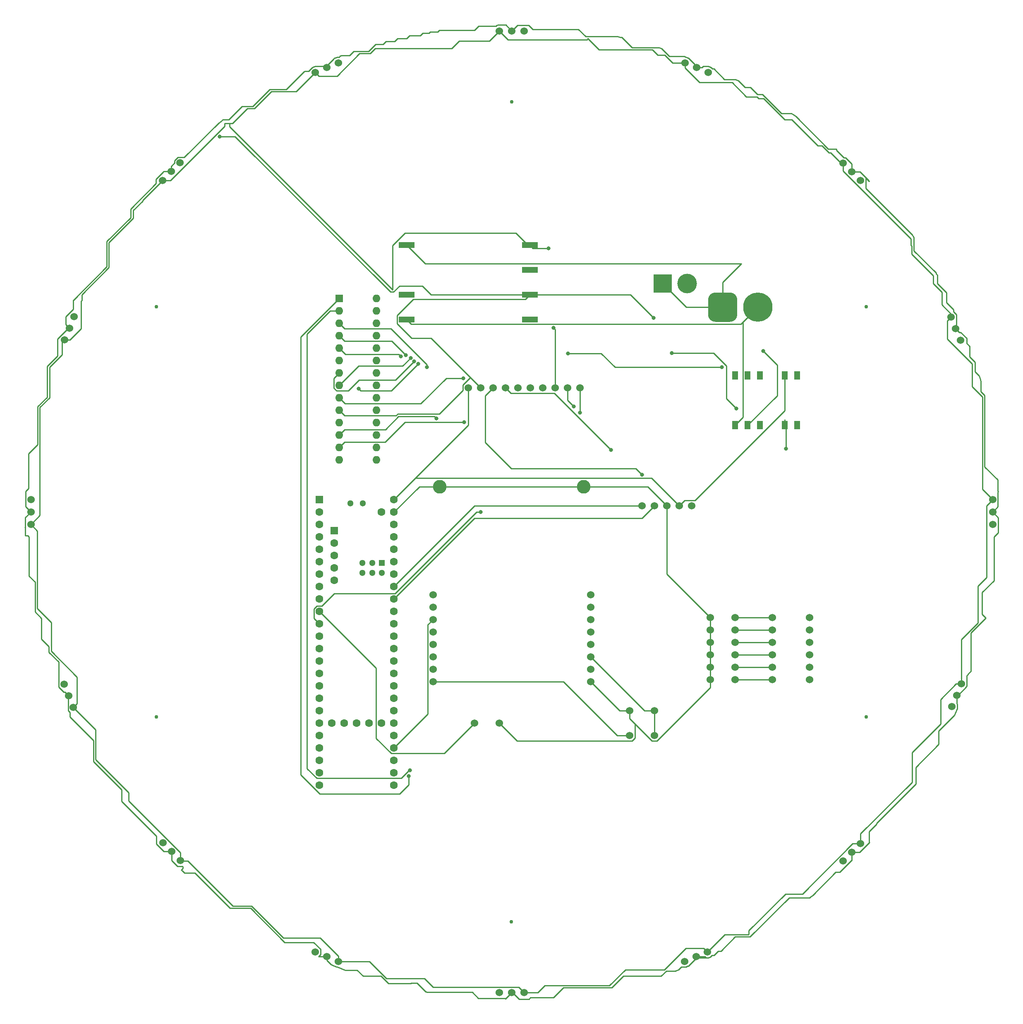
<source format=gbr>
%TF.GenerationSoftware,KiCad,Pcbnew,5.1.9+dfsg1-1+deb11u1*%
%TF.CreationDate,2024-06-09T17:33:59+02:00*%
%TF.ProjectId,pcb_boven,7063625f-626f-4766-956e-2e6b69636164,rev?*%
%TF.SameCoordinates,Original*%
%TF.FileFunction,Copper,L1,Top*%
%TF.FilePolarity,Positive*%
%FSLAX46Y46*%
G04 Gerber Fmt 4.6, Leading zero omitted, Abs format (unit mm)*
G04 Created by KiCad (PCBNEW 5.1.9+dfsg1-1+deb11u1) date 2024-06-09 17:33:59*
%MOMM*%
%LPD*%
G01*
G04 APERTURE LIST*
%TA.AperFunction,ComponentPad*%
%ADD10C,0.762000*%
%TD*%
%TA.AperFunction,ComponentPad*%
%ADD11O,1.600000X1.600000*%
%TD*%
%TA.AperFunction,ComponentPad*%
%ADD12R,1.600000X1.600000*%
%TD*%
%TA.AperFunction,ComponentPad*%
%ADD13C,1.524000*%
%TD*%
%TA.AperFunction,ComponentPad*%
%ADD14C,1.300000*%
%TD*%
%TA.AperFunction,ComponentPad*%
%ADD15C,1.600000*%
%TD*%
%TA.AperFunction,ComponentPad*%
%ADD16R,1.300000X1.300000*%
%TD*%
%TA.AperFunction,ComponentPad*%
%ADD17C,2.794000*%
%TD*%
%TA.AperFunction,ComponentPad*%
%ADD18C,6.000000*%
%TD*%
%TA.AperFunction,ComponentPad*%
%ADD19C,4.000000*%
%TD*%
%TA.AperFunction,ComponentPad*%
%ADD20R,3.800000X3.800000*%
%TD*%
%TA.AperFunction,SMDPad,CuDef*%
%ADD21R,1.200000X1.800000*%
%TD*%
%TA.AperFunction,SMDPad,CuDef*%
%ADD22R,3.200000X1.200000*%
%TD*%
%TA.AperFunction,ViaPad*%
%ADD23C,0.800000*%
%TD*%
%TA.AperFunction,Conductor*%
%ADD24C,0.250000*%
%TD*%
G04 APERTURE END LIST*
D10*
%TO.P,screwhoel1,1*%
%TO.N,N/C*%
X185610500Y-220468500D03*
%TD*%
%TO.P,screwhoel1,1*%
%TO.N,N/C*%
X112968290Y-178528499D03*
%TD*%
%TO.P,screwhoel1,1*%
%TO.N,N/C*%
X185674000Y-52768500D03*
%TD*%
%TO.P,screwhoel1,1*%
%TO.N,N/C*%
X258252710Y-178528499D03*
%TD*%
%TO.P,screwhoel1,1*%
%TO.N,N/C*%
X258252710Y-94648501D03*
%TD*%
%TO.P,screwhoel1,1*%
%TO.N,N/C*%
X112968290Y-94648501D03*
%TD*%
%TO.P,screwhoel1,1*%
%TO.N,gnd*%
X185674000Y-52768500D03*
%TD*%
D11*
%TO.P,Portmultiplexer1,28*%
%TO.N,Net-(Portmultiplexer1-Pad28)*%
X157988000Y-92964000D03*
%TO.P,Portmultiplexer1,14*%
%TO.N,Net-(Portmultiplexer1-Pad14)*%
X150368000Y-125984000D03*
%TO.P,Portmultiplexer1,27*%
%TO.N,Net-(Portmultiplexer1-Pad27)*%
X157988000Y-95504000D03*
%TO.P,Portmultiplexer1,13*%
%TO.N,sd6*%
X150368000Y-123444000D03*
%TO.P,Portmultiplexer1,26*%
%TO.N,Net-(Portmultiplexer1-Pad26)*%
X157988000Y-98044000D03*
%TO.P,Portmultiplexer1,12*%
%TO.N,sc6*%
X150368000Y-120904000D03*
%TO.P,Portmultiplexer1,25*%
%TO.N,Net-(Portmultiplexer1-Pad25)*%
X157988000Y-100584000D03*
%TO.P,Portmultiplexer1,11*%
%TO.N,Net-(Portmultiplexer1-Pad11)*%
X150368000Y-118364000D03*
%TO.P,Portmultiplexer1,24*%
%TO.N,Net-(Portmultiplexer1-Pad24)*%
X157988000Y-103124000D03*
%TO.P,Portmultiplexer1,10*%
%TO.N,gnd*%
X150368000Y-115824000D03*
%TO.P,Portmultiplexer1,23*%
%TO.N,Net-(Portmultiplexer1-Pad23)*%
X157988000Y-105664000D03*
%TO.P,Portmultiplexer1,9*%
%TO.N,3.3v*%
X150368000Y-113284000D03*
%TO.P,Portmultiplexer1,22*%
%TO.N,Net-(Portmultiplexer1-Pad22)*%
X157988000Y-108204000D03*
%TO.P,Portmultiplexer1,8*%
%TO.N,Net-(Portmultiplexer1-Pad8)*%
X150368000Y-110744000D03*
%TO.P,Portmultiplexer1,21*%
%TO.N,Net-(Portmultiplexer1-Pad21)*%
X157988000Y-110744000D03*
%TO.P,Portmultiplexer1,7*%
%TO.N,Net-(Portmultiplexer1-Pad7)*%
X150368000Y-108204000D03*
%TO.P,Portmultiplexer1,20*%
%TO.N,Net-(Portmultiplexer1-Pad20)*%
X157988000Y-113284000D03*
%TO.P,Portmultiplexer1,6*%
%TO.N,Net-(Portmultiplexer1-Pad6)*%
X150368000Y-105664000D03*
%TO.P,Portmultiplexer1,19*%
%TO.N,Net-(Portmultiplexer1-Pad19)*%
X157988000Y-115824000D03*
%TO.P,Portmultiplexer1,5*%
%TO.N,Net-(Portmultiplexer1-Pad5)*%
X150368000Y-103124000D03*
%TO.P,Portmultiplexer1,18*%
%TO.N,Net-(Portmultiplexer1-Pad18)*%
X157988000Y-118364000D03*
%TO.P,Portmultiplexer1,4*%
%TO.N,Net-(Portmultiplexer1-Pad4)*%
X150368000Y-100584000D03*
%TO.P,Portmultiplexer1,17*%
%TO.N,gnd*%
X157988000Y-120904000D03*
%TO.P,Portmultiplexer1,3*%
%TO.N,Net-(Portmultiplexer1-Pad3)*%
X150368000Y-98044000D03*
%TO.P,Portmultiplexer1,16*%
%TO.N,gnd*%
X157988000Y-123444000D03*
%TO.P,Portmultiplexer1,2*%
%TO.N,Net-(Portmultiplexer1-Pad2)*%
X150368000Y-95504000D03*
%TO.P,Portmultiplexer1,15*%
%TO.N,gnd*%
X157988000Y-125984000D03*
D12*
%TO.P,Portmultiplexer1,1*%
%TO.N,Net-(Portmultiplexer1-Pad1)*%
X150368000Y-92964000D03*
%TD*%
D13*
%TO.P,pcb_conn1,10*%
%TO.N,B*%
X199644000Y-111252000D03*
%TO.P,pcb_conn1,9*%
%TO.N,A*%
X197104000Y-111252000D03*
%TO.P,pcb_conn1,8*%
%TO.N,3.3v*%
X194564000Y-111252000D03*
%TO.P,pcb_conn1,7*%
%TO.N,Net-(pcb_conn1-Pad7)*%
X192024000Y-111252000D03*
%TO.P,pcb_conn1,6*%
%TO.N,sd6*%
X189484000Y-111252000D03*
%TO.P,pcb_conn1,5*%
%TO.N,sc6*%
X186944000Y-111252000D03*
%TO.P,pcb_conn1,4*%
%TO.N,sda*%
X184404000Y-111252000D03*
%TO.P,pcb_conn1,3*%
%TO.N,scl*%
X181864000Y-111252000D03*
%TO.P,pcb_conn1,2*%
%TO.N,gnd*%
X179324000Y-111252000D03*
%TO.P,pcb_conn1,1*%
%TO.N,5v*%
X176784000Y-111252000D03*
%TD*%
D14*
%TO.P,control_board1,66*%
%TO.N,Net-(control_board1-Pad66)*%
X155194000Y-134842000D03*
%TO.P,control_board1,67*%
%TO.N,Net-(control_board1-Pad67)*%
X152654000Y-134842000D03*
D15*
%TO.P,control_board1,54*%
%TO.N,Net-(control_board1-Pad54)*%
X159004000Y-179832000D03*
%TO.P,control_board1,53*%
%TO.N,Net-(control_board1-Pad53)*%
X156464000Y-179832000D03*
%TO.P,control_board1,52*%
%TO.N,Net-(control_board1-Pad52)*%
X153924000Y-179832000D03*
%TO.P,control_board1,51*%
%TO.N,Net-(control_board1-Pad51)*%
X151384000Y-179832000D03*
%TO.P,control_board1,50*%
%TO.N,Net-(control_board1-Pad50)*%
X148844000Y-179832000D03*
D14*
%TO.P,control_board1,62*%
%TO.N,Net-(control_board1-Pad62)*%
X155105600Y-147082000D03*
%TO.P,control_board1,63*%
%TO.N,Net-(control_board1-Pad63)*%
X155105600Y-149082000D03*
%TO.P,control_board1,64*%
%TO.N,Net-(control_board1-Pad64)*%
X157105600Y-149082000D03*
%TO.P,control_board1,61*%
%TO.N,Net-(control_board1-Pad61)*%
X157105600Y-147082000D03*
%TO.P,control_board1,65*%
%TO.N,Net-(control_board1-Pad65)*%
X159105600Y-149082000D03*
D16*
%TO.P,control_board1,60*%
%TO.N,Net-(control_board1-Pad60)*%
X159105600Y-147082000D03*
D15*
%TO.P,control_board1,17*%
%TO.N,Net-(control_board1-Pad17)*%
X146304000Y-174752000D03*
%TO.P,control_board1,18*%
%TO.N,Net-(control_board1-Pad18)*%
X146304000Y-177292000D03*
%TO.P,control_board1,19*%
%TO.N,Net-(control_board1-Pad19)*%
X146304000Y-179832000D03*
%TO.P,control_board1,20*%
%TO.N,Net-(control_board1-Pad20)*%
X146304000Y-182372000D03*
%TO.P,control_board1,16*%
%TO.N,A*%
X146304000Y-172212000D03*
%TO.P,control_board1,15*%
%TO.N,Net-(control_board1-Pad15)*%
X146304000Y-169672000D03*
%TO.P,control_board1,14*%
%TO.N,Net-(U2-Pad3)*%
X146304000Y-167132000D03*
%TO.P,control_board1,21*%
%TO.N,Net-(control_board1-Pad21)*%
X146304000Y-184912000D03*
%TO.P,control_board1,22*%
%TO.N,Net-(control_board1-Pad22)*%
X146304000Y-187452000D03*
%TO.P,control_board1,23*%
%TO.N,Net-(control_board1-Pad23)*%
X146304000Y-189992000D03*
%TO.P,control_board1,24*%
%TO.N,Net-(control_board1-Pad24)*%
X146304000Y-192532000D03*
%TO.P,control_board1,25*%
%TO.N,Net-(control_board1-Pad25)*%
X161544000Y-192532000D03*
%TO.P,control_board1,26*%
%TO.N,Net-(control_board1-Pad26)*%
X161544000Y-189992000D03*
%TO.P,control_board1,27*%
%TO.N,Net-(control_board1-Pad27)*%
X161544000Y-187452000D03*
%TO.P,control_board1,28*%
%TO.N,Net-(U2-Pad4)*%
X161544000Y-184912000D03*
%TO.P,control_board1,29*%
%TO.N,Net-(control_board1-Pad29)*%
X161544000Y-182372000D03*
%TO.P,control_board1,30*%
%TO.N,Net-(control_board1-Pad30)*%
X161544000Y-179832000D03*
%TO.P,control_board1,31*%
%TO.N,Net-(control_board1-Pad31)*%
X161544000Y-177292000D03*
%TO.P,control_board1,32*%
%TO.N,Net-(control_board1-Pad32)*%
X161544000Y-174752000D03*
%TO.P,control_board1,33*%
%TO.N,Net-(control_board1-Pad33)*%
X161544000Y-172212000D03*
%TO.P,control_board1,34*%
%TO.N,Net-(control_board1-Pad34)*%
X161544000Y-169672000D03*
%TO.P,control_board1,13*%
%TO.N,Net-(U2-Pad2)*%
X146304000Y-164592000D03*
%TO.P,control_board1,12*%
%TO.N,Net-(U2-Pad5)*%
X146304000Y-162052000D03*
%TO.P,control_board1,11*%
%TO.N,B*%
X146304000Y-159512000D03*
%TO.P,control_board1,10*%
%TO.N,Net-(BZ1-Pad1)*%
X146304000Y-156972000D03*
%TO.P,control_board1,9*%
%TO.N,Net-(R7-Pad2)*%
X146304000Y-154432000D03*
%TO.P,control_board1,8*%
%TO.N,Net-(R6-Pad2)*%
X146304000Y-151892000D03*
%TO.P,control_board1,7*%
%TO.N,Net-(R5-Pad2)*%
X146304000Y-149352000D03*
%TO.P,control_board1,6*%
%TO.N,Net-(R4-Pad2)*%
X146304000Y-146812000D03*
%TO.P,control_board1,5*%
%TO.N,Net-(R3-Pad2)*%
X146304000Y-144272000D03*
%TO.P,control_board1,4*%
%TO.N,Net-(R2-Pad2)*%
X146304000Y-141732000D03*
%TO.P,control_board1,3*%
%TO.N,Net-(control_board1-Pad3)*%
X146304000Y-139192000D03*
%TO.P,control_board1,2*%
%TO.N,Net-(control_board1-Pad2)*%
X146304000Y-136652000D03*
D12*
%TO.P,control_board1,1*%
%TO.N,Net-(control_board1-Pad1)*%
X146304000Y-134112000D03*
D15*
%TO.P,control_board1,35*%
%TO.N,Net-(control_board1-Pad35)*%
X161544000Y-167132000D03*
%TO.P,control_board1,36*%
%TO.N,Net-(control_board1-Pad36)*%
X161544000Y-164592000D03*
%TO.P,control_board1,37*%
%TO.N,Net-(control_board1-Pad37)*%
X161544000Y-162052000D03*
%TO.P,control_board1,38*%
%TO.N,Net-(control_board1-Pad38)*%
X161544000Y-159512000D03*
%TO.P,control_board1,39*%
%TO.N,Net-(control_board1-Pad39)*%
X161544000Y-156972000D03*
%TO.P,control_board1,40*%
%TO.N,sda*%
X161544000Y-154432000D03*
%TO.P,control_board1,41*%
%TO.N,scl*%
X161544000Y-151892000D03*
%TO.P,control_board1,42*%
%TO.N,Net-(control_board1-Pad42)*%
X161544000Y-149352000D03*
%TO.P,control_board1,43*%
%TO.N,Net-(control_board1-Pad43)*%
X161544000Y-146812000D03*
%TO.P,control_board1,44*%
%TO.N,Net-(control_board1-Pad44)*%
X161544000Y-144272000D03*
%TO.P,control_board1,45*%
%TO.N,Net-(control_board1-Pad45)*%
X161544000Y-141732000D03*
%TO.P,control_board1,46*%
%TO.N,Net-(control_board1-Pad46)*%
X161544000Y-139192000D03*
%TO.P,control_board1,47*%
%TO.N,gnd*%
X161544000Y-136652000D03*
%TO.P,control_board1,48*%
%TO.N,5v*%
X161544000Y-134112000D03*
D12*
%TO.P,control_board1,55*%
%TO.N,Net-(control_board1-Pad55)*%
X149354800Y-140411200D03*
D15*
%TO.P,control_board1,56*%
%TO.N,Net-(control_board1-Pad56)*%
X149354800Y-142951200D03*
%TO.P,control_board1,57*%
%TO.N,Net-(control_board1-Pad57)*%
X149354800Y-145491200D03*
%TO.P,control_board1,58*%
%TO.N,Net-(control_board1-Pad58)*%
X149354800Y-148031200D03*
%TO.P,control_board1,59*%
%TO.N,Net-(control_board1-Pad59)*%
X149354800Y-150571200D03*
%TO.P,control_board1,49*%
%TO.N,Net-(control_board1-Pad49)*%
X159004000Y-136652000D03*
%TD*%
D13*
%TO.P,ir_sensor_9,3*%
%TO.N,Net-(Portmultiplexer1-Pad1)*%
X183134000Y-234950000D03*
%TO.P,ir_sensor_9,2*%
%TO.N,gnd*%
X185674000Y-234950000D03*
%TO.P,ir_sensor_9,1*%
%TO.N,3.3v*%
X188214000Y-234950000D03*
%TD*%
%TO.P,ir_sensor_1,3*%
%TO.N,Net-(Portmultiplexer1-Pad21)*%
X188214000Y-38227000D03*
%TO.P,ir_sensor_1,2*%
%TO.N,gnd*%
X185674000Y-38227000D03*
%TO.P,ir_sensor_1,1*%
%TO.N,3.3v*%
X183134000Y-38227000D03*
%TD*%
%TO.P,ir_sensor_2,3*%
%TO.N,Net-(Portmultiplexer1-Pad22)*%
X150174654Y-44747984D03*
%TO.P,ir_sensor_2,2*%
%TO.N,gnd*%
X147828000Y-45720000D03*
%TO.P,ir_sensor_2,1*%
%TO.N,3.3v*%
X145481346Y-46692016D03*
%TD*%
%TO.P,ir_sensor_8,3*%
%TO.N,Net-(Portmultiplexer1-Pad28)*%
X145481346Y-226611984D03*
%TO.P,ir_sensor_8,2*%
%TO.N,gnd*%
X147828000Y-227584000D03*
%TO.P,ir_sensor_8,1*%
%TO.N,3.3v*%
X150174654Y-228556016D03*
%TD*%
%TO.P,ir_sensor_12,3*%
%TO.N,Net-(Portmultiplexer1-Pad4)*%
X275760984Y-176463654D03*
%TO.P,ir_sensor_12,2*%
%TO.N,gnd*%
X276733000Y-174117000D03*
%TO.P,ir_sensor_12,1*%
%TO.N,3.3v*%
X277705016Y-171770346D03*
%TD*%
%TO.P,U2,16*%
%TO.N,Net-(U2-Pad16)*%
X201803000Y-168783000D03*
%TO.P,U2,17*%
%TO.N,gnd*%
X201803000Y-171323000D03*
D17*
%TO.P,U2,screw*%
X200406000Y-131445000D03*
X170942000Y-131445000D03*
D13*
%TO.P,U2,9*%
%TO.N,3.3v*%
X169545000Y-171323000D03*
%TO.P,U2,8*%
%TO.N,Net-(U2-Pad8)*%
X169545000Y-168783000D03*
%TO.P,U2,7*%
%TO.N,Net-(U2-Pad7)*%
X169545000Y-166243000D03*
%TO.P,U2,6*%
%TO.N,Net-(U2-Pad6)*%
X169545000Y-163703000D03*
%TO.P,U2,5*%
%TO.N,Net-(U2-Pad5)*%
X169545000Y-161163000D03*
%TO.P,U2,4*%
%TO.N,Net-(U2-Pad4)*%
X169545000Y-158623000D03*
%TO.P,U2,3*%
%TO.N,Net-(U2-Pad3)*%
X169545000Y-156083000D03*
%TO.P,U2,10*%
%TO.N,Net-(U2-Pad10)*%
X201803000Y-153543000D03*
%TO.P,U2,11*%
%TO.N,Net-(U2-Pad11)*%
X201803000Y-156083000D03*
%TO.P,U2,12*%
%TO.N,Net-(U2-Pad12)*%
X201803000Y-158623000D03*
%TO.P,U2,13*%
%TO.N,Net-(U2-Pad13)*%
X201803000Y-161163000D03*
%TO.P,U2,14*%
%TO.N,Net-(U2-Pad14)*%
X201803000Y-163703000D03*
%TO.P,U2,15*%
%TO.N,Net-(R1-Pad2)*%
X201803000Y-166243000D03*
%TO.P,U2,2*%
%TO.N,Net-(U2-Pad2)*%
X169545000Y-153543000D03*
%TD*%
%TO.P,xt60,1*%
%TO.N,Net-(3V3_converter1-Pad1)*%
%TA.AperFunction,ComponentPad*%
G36*
G01*
X225854000Y-96242000D02*
X225854000Y-93242000D01*
G75*
G02*
X227354000Y-91742000I1500000J0D01*
G01*
X230354000Y-91742000D01*
G75*
G02*
X231854000Y-93242000I0J-1500000D01*
G01*
X231854000Y-96242000D01*
G75*
G02*
X230354000Y-97742000I-1500000J0D01*
G01*
X227354000Y-97742000D01*
G75*
G02*
X225854000Y-96242000I0J1500000D01*
G01*
G37*
%TD.AperFunction*%
D18*
%TO.P,xt60,2*%
%TO.N,Net-(3V3_converter1-Pad3)*%
X236054000Y-94742000D03*
%TD*%
D19*
%TO.P,xt30,2*%
%TO.N,Net-(3V3_converter1-Pad3)*%
X221535000Y-89916000D03*
D20*
%TO.P,xt30,1*%
%TO.N,Net-(3V3_converter1-Pad1)*%
X216535000Y-89916000D03*
%TD*%
D21*
%TO.P,5V_converter1,1*%
%TO.N,Net-(3V3_converter1-Pad3)*%
X231394000Y-118892000D03*
%TO.P,5V_converter1,2*%
%TO.N,Net-(3V3_converter1-Pad1)*%
X233934000Y-118892000D03*
%TO.P,5V_converter1,3*%
%TO.N,Net-(5V_converter1-Pad3)*%
X236474000Y-118892000D03*
%TO.P,5V_converter1,5*%
%TO.N,gnd*%
X241554000Y-118892000D03*
%TO.P,5V_converter1,6*%
%TO.N,Net-(5V_converter1-Pad6)*%
X244094000Y-118892000D03*
%TO.P,5V_converter1,7*%
%TO.N,Net-(5V_converter1-Pad7)*%
X244094000Y-108692000D03*
%TO.P,5V_converter1,8*%
%TO.N,5v*%
X241554000Y-108692000D03*
%TO.P,5V_converter1,10*%
%TO.N,Net-(5V_converter1-Pad10)*%
X236474000Y-108692000D03*
%TO.P,5V_converter1,11*%
%TO.N,Net-(5V_converter1-Pad11)*%
X233934000Y-108692000D03*
%TO.P,5V_converter1,12*%
%TO.N,Net-(5V_converter1-Pad12)*%
X231394000Y-108692000D03*
%TD*%
D22*
%TO.P,3V3_converter1,1*%
%TO.N,Net-(3V3_converter1-Pad1)*%
X164184000Y-82042000D03*
%TO.P,3V3_converter1,2*%
%TO.N,Net-(3V3_converter1-Pad2)*%
X164184000Y-92202000D03*
%TO.P,3V3_converter1,3*%
%TO.N,Net-(3V3_converter1-Pad3)*%
X164184000Y-97282000D03*
%TO.P,3V3_converter1,4*%
%TO.N,Net-(3V3_converter1-Pad4)*%
X189384000Y-97282000D03*
%TO.P,3V3_converter1,5*%
%TO.N,gnd*%
X189384000Y-92202000D03*
%TO.P,3V3_converter1,6*%
%TO.N,Net-(3V3_converter1-Pad6)*%
X189384000Y-87122000D03*
%TO.P,3V3_converter1,7*%
%TO.N,3.3v*%
X189384000Y-82042000D03*
%TD*%
D13*
%TO.P,U1,4*%
%TO.N,Net-(U1-Pad4)*%
X222504000Y-135382000D03*
%TO.P,U1,3*%
%TO.N,5v*%
X219964000Y-135382000D03*
%TO.P,U1,2*%
%TO.N,gnd*%
X217424000Y-135382000D03*
%TO.P,U1,1*%
%TO.N,sda*%
X214884000Y-135382000D03*
%TO.P,U1,0*%
%TO.N,scl*%
X212344000Y-135382000D03*
%TD*%
%TO.P,R7,2*%
%TO.N,Net-(R7-Pad2)*%
X231394000Y-158242000D03*
%TO.P,R7,1*%
%TO.N,gnd*%
X226314000Y-158242000D03*
%TD*%
%TO.P,R6,2*%
%TO.N,Net-(R6-Pad2)*%
X231394000Y-160782000D03*
%TO.P,R6,1*%
%TO.N,gnd*%
X226314000Y-160782000D03*
%TD*%
%TO.P,R5,2*%
%TO.N,Net-(R5-Pad2)*%
X231394000Y-163322000D03*
%TO.P,R5,1*%
%TO.N,gnd*%
X226314000Y-163322000D03*
%TD*%
%TO.P,R4,2*%
%TO.N,Net-(R4-Pad2)*%
X231394000Y-165862000D03*
%TO.P,R4,1*%
%TO.N,gnd*%
X226314000Y-165862000D03*
%TD*%
%TO.P,R3,2*%
%TO.N,Net-(R3-Pad2)*%
X231394000Y-168402000D03*
%TO.P,R3,1*%
%TO.N,gnd*%
X226314000Y-168402000D03*
%TD*%
%TO.P,R2,2*%
%TO.N,Net-(R2-Pad2)*%
X231394000Y-170942000D03*
%TO.P,R2,1*%
%TO.N,gnd*%
X226314000Y-170942000D03*
%TD*%
%TO.P,R1,2*%
%TO.N,Net-(R1-Pad2)*%
X214884000Y-177292000D03*
%TO.P,R1,1*%
%TO.N,gnd*%
X209804000Y-177292000D03*
%TD*%
%TO.P,ir_sensor_16,3*%
%TO.N,Net-(Portmultiplexer1-Pad8)*%
X225866654Y-46692016D03*
%TO.P,ir_sensor_16,2*%
%TO.N,gnd*%
X223520000Y-45720000D03*
%TO.P,ir_sensor_16,1*%
%TO.N,3.3v*%
X221173346Y-44747984D03*
%TD*%
%TO.P,ir_sensor_15,3*%
%TO.N,Net-(Portmultiplexer1-Pad7)*%
X257066051Y-68852051D03*
%TO.P,ir_sensor_15,2*%
%TO.N,gnd*%
X255270000Y-67056000D03*
%TO.P,ir_sensor_15,1*%
%TO.N,3.3v*%
X253473949Y-65259949D03*
%TD*%
%TO.P,ir_sensor_14,3*%
%TO.N,Net-(Portmultiplexer1-Pad6)*%
X277534032Y-101467308D03*
%TO.P,ir_sensor_14,2*%
%TO.N,gnd*%
X276562016Y-99120654D03*
%TO.P,ir_sensor_14,1*%
%TO.N,3.3v*%
X275590000Y-96774000D03*
%TD*%
%TO.P,ir_sensor_13,3*%
%TO.N,Net-(Portmultiplexer1-Pad5)*%
X284099000Y-139192000D03*
%TO.P,ir_sensor_13,2*%
%TO.N,gnd*%
X284099000Y-136652000D03*
%TO.P,ir_sensor_13,1*%
%TO.N,3.3v*%
X284099000Y-134112000D03*
%TD*%
%TO.P,ir_sensor_11,3*%
%TO.N,Net-(Portmultiplexer1-Pad3)*%
X253473949Y-208044051D03*
%TO.P,ir_sensor_11,2*%
%TO.N,gnd*%
X255270000Y-206248000D03*
%TO.P,ir_sensor_11,1*%
%TO.N,3.3v*%
X257066051Y-204451949D03*
%TD*%
%TO.P,ir_sensor_10,3*%
%TO.N,Net-(Portmultiplexer1-Pad2)*%
X221046346Y-228556016D03*
%TO.P,ir_sensor_10,2*%
%TO.N,gnd*%
X223393000Y-227584000D03*
%TO.P,ir_sensor_10,1*%
%TO.N,3.3v*%
X225739654Y-226611984D03*
%TD*%
%TO.P,ir_sensor_7,3*%
%TO.N,Net-(Portmultiplexer1-Pad27)*%
X114263898Y-204306898D03*
%TO.P,ir_sensor_7,2*%
%TO.N,gnd*%
X116059949Y-206102949D03*
%TO.P,ir_sensor_7,1*%
%TO.N,3.3v*%
X117856000Y-207899000D03*
%TD*%
%TO.P,ir_sensor_6,3*%
%TO.N,Net-(Portmultiplexer1-Pad26)*%
X94023984Y-171897346D03*
%TO.P,ir_sensor_6,2*%
%TO.N,gnd*%
X94996000Y-174244000D03*
%TO.P,ir_sensor_6,1*%
%TO.N,3.3v*%
X95968016Y-176590654D03*
%TD*%
%TO.P,ir_sensor_5,3*%
%TO.N,Net-(Portmultiplexer1-Pad25)*%
X87249000Y-134112000D03*
%TO.P,ir_sensor_5,2*%
%TO.N,gnd*%
X87249000Y-136652000D03*
%TO.P,ir_sensor_5,1*%
%TO.N,3.3v*%
X87249000Y-139192000D03*
%TD*%
%TO.P,ir_sensor_4,3*%
%TO.N,Net-(Portmultiplexer1-Pad24)*%
X96095016Y-96713346D03*
%TO.P,ir_sensor_4,2*%
%TO.N,gnd*%
X95123000Y-99060000D03*
%TO.P,ir_sensor_4,1*%
%TO.N,3.3v*%
X94150984Y-101406654D03*
%TD*%
%TO.P,ir_sensor_3,3*%
%TO.N,Net-(Portmultiplexer1-Pad23)*%
X117796051Y-65203949D03*
%TO.P,ir_sensor_3,2*%
%TO.N,gnd*%
X116000000Y-67000000D03*
%TO.P,ir_sensor_3,1*%
%TO.N,3.3v*%
X114203949Y-68796051D03*
%TD*%
%TO.P,goal_kleur1,2*%
%TO.N,Net-(R1-Pad2)*%
X214884000Y-182372000D03*
%TO.P,goal_kleur1,1*%
%TO.N,3.3v*%
X209804000Y-182372000D03*
%TD*%
%TO.P,dip_swith_instellinen1,12*%
%TO.N,Net-(R2-Pad2)*%
X239014000Y-170942000D03*
%TO.P,dip_swith_instellinen1,11*%
%TO.N,Net-(R3-Pad2)*%
X239014000Y-168402000D03*
%TO.P,dip_swith_instellinen1,10*%
%TO.N,Net-(R4-Pad2)*%
X239014000Y-165862000D03*
%TO.P,dip_swith_instellinen1,9*%
%TO.N,Net-(R5-Pad2)*%
X239014000Y-163322000D03*
%TO.P,dip_swith_instellinen1,8*%
%TO.N,Net-(R6-Pad2)*%
X239014000Y-160782000D03*
%TO.P,dip_swith_instellinen1,7*%
%TO.N,Net-(R7-Pad2)*%
X239014000Y-158242000D03*
%TO.P,dip_swith_instellinen1,6*%
%TO.N,Net-(control_board1-Pad46)*%
X246634000Y-158242000D03*
%TO.P,dip_swith_instellinen1,5*%
X246634000Y-160782000D03*
%TO.P,dip_swith_instellinen1,4*%
X246634000Y-163322000D03*
%TO.P,dip_swith_instellinen1,3*%
X246634000Y-165862000D03*
%TO.P,dip_swith_instellinen1,2*%
X246634000Y-168402000D03*
%TO.P,dip_swith_instellinen1,1*%
X246634000Y-170942000D03*
%TD*%
%TO.P,BZ1,2*%
%TO.N,gnd*%
X183134000Y-179832000D03*
%TO.P,BZ1,1*%
%TO.N,Net-(BZ1-Pad1)*%
X178054000Y-179832000D03*
%TD*%
D23*
%TO.N,gnd*%
X125857000Y-59817000D03*
X241808000Y-123698000D03*
X214693500Y-96964500D03*
X218440000Y-104140000D03*
X231648000Y-115506500D03*
%TO.N,scl*%
X212344000Y-128997999D03*
%TO.N,sda*%
X205994000Y-123952000D03*
%TO.N,A*%
X198374000Y-115062000D03*
%TO.N,B*%
X199644000Y-116332000D03*
X179324000Y-136652000D03*
%TO.N,3.3v*%
X194183000Y-98932001D03*
X193167000Y-82677000D03*
X175768000Y-109283500D03*
%TO.N,Net-(Portmultiplexer1-Pad1)*%
X164592000Y-190627000D03*
%TO.N,Net-(Portmultiplexer1-Pad2)*%
X164846000Y-189484000D03*
%TO.N,Net-(Portmultiplexer1-Pad3)*%
X168275000Y-107035019D03*
%TO.N,Net-(Portmultiplexer1-Pad4)*%
X163957000Y-104584500D03*
X197167500Y-104177000D03*
X228663500Y-107035019D03*
%TO.N,Net-(Portmultiplexer1-Pad5)*%
X162941000Y-104775000D03*
%TO.N,Net-(Portmultiplexer1-Pad6)*%
X154337961Y-111442500D03*
X166576988Y-106305385D03*
%TO.N,Net-(Portmultiplexer1-Pad7)*%
X165680108Y-105863108D03*
%TO.N,Net-(Portmultiplexer1-Pad8)*%
X164973000Y-105156000D03*
%TO.N,sd6*%
X175895000Y-118237000D03*
%TO.N,sc6*%
X170243500Y-117512000D03*
%TO.N,Net-(3V3_converter1-Pad1)*%
X237109000Y-103695500D03*
%TD*%
D24*
%TO.N,gnd*%
X226314000Y-158242000D02*
X226314000Y-160782000D01*
X226314000Y-163322000D02*
X226314000Y-160782000D01*
X226314000Y-163322000D02*
X226314000Y-165862000D01*
X226314000Y-165862000D02*
X226314000Y-168402000D01*
X226314000Y-168402000D02*
X226314000Y-170942000D01*
X186761001Y-183459001D02*
X183134000Y-179832000D01*
X210325761Y-183459001D02*
X186761001Y-183459001D01*
X210891001Y-182893761D02*
X210325761Y-183459001D01*
X210891001Y-179987763D02*
X210891001Y-182893761D01*
X209804000Y-178900762D02*
X210891001Y-179987763D01*
X207772000Y-177292000D02*
X201803000Y-171323000D01*
X209804000Y-177292000D02*
X207772000Y-177292000D01*
X226314000Y-172550762D02*
X226314000Y-170942000D01*
X215405761Y-183459001D02*
X226314000Y-172550762D01*
X214362239Y-183459001D02*
X215405761Y-183459001D01*
X209804000Y-178900762D02*
X214362239Y-183459001D01*
X209804000Y-177292000D02*
X209804000Y-178900762D01*
X213487000Y-131445000D02*
X200406000Y-131445000D01*
X217424000Y-135382000D02*
X213487000Y-131445000D01*
X200406000Y-131445000D02*
X170942000Y-131445000D01*
X166751000Y-131445000D02*
X161544000Y-136652000D01*
X170942000Y-131445000D02*
X166751000Y-131445000D01*
X217424000Y-149352000D02*
X226314000Y-158242000D01*
X217424000Y-135382000D02*
X217424000Y-149352000D01*
X241554000Y-118892000D02*
X241554000Y-117742000D01*
X188458999Y-93127001D02*
X189384000Y-92202000D01*
X165553997Y-93127001D02*
X188458999Y-93127001D01*
X162258999Y-96421999D02*
X165553997Y-93127001D01*
X162258999Y-98142001D02*
X162258999Y-96421999D01*
X165208998Y-101092000D02*
X162258999Y-98142001D01*
X169164000Y-101092000D02*
X165208998Y-101092000D01*
X116000000Y-67000000D02*
X114415895Y-67000000D01*
X114415895Y-67032931D02*
X112900003Y-68548823D01*
X114415895Y-67000000D02*
X114415895Y-67032931D01*
X112900003Y-68548823D02*
X112900003Y-69450003D01*
X102800000Y-81300000D02*
X107700000Y-76400000D01*
X112899997Y-69450003D02*
X112900003Y-69450003D01*
X95950536Y-93250000D02*
X96000000Y-93250000D01*
X95950536Y-95112787D02*
X95950536Y-93250000D01*
X94361001Y-96702322D02*
X95950536Y-95112787D01*
X102800000Y-86450000D02*
X102800000Y-81300000D01*
X96000000Y-93250000D02*
X102800000Y-86450000D01*
X94361001Y-98298001D02*
X94361001Y-96702322D01*
X107700000Y-74650000D02*
X112899997Y-69450003D01*
X107700000Y-76400000D02*
X107700000Y-74650000D01*
X95123000Y-99060000D02*
X94361001Y-98298001D01*
X147574000Y-45466000D02*
X147828000Y-45720000D01*
X145018692Y-45650610D02*
X145435448Y-45466000D01*
X144126648Y-46437952D02*
X144828133Y-45736467D01*
X143143337Y-46512272D02*
X143300274Y-46437952D01*
X143300274Y-46437952D02*
X144126648Y-46437952D01*
X139501677Y-50153932D02*
X143143337Y-46512272D01*
X116000000Y-67000000D02*
X116000000Y-65922370D01*
X132668310Y-53640690D02*
X136155068Y-50153932D01*
X116000000Y-65922370D02*
X116709050Y-65213320D01*
X116709050Y-65213320D02*
X116709050Y-64724456D01*
X127735227Y-56414773D02*
X130509310Y-53640690D01*
X116709050Y-64724456D02*
X117316575Y-64116931D01*
X117316575Y-64116931D02*
X118636069Y-64116931D01*
X145435448Y-45466000D02*
X147574000Y-45466000D01*
X126546219Y-56414773D02*
X127735227Y-56414773D01*
X118636069Y-64116931D02*
X125728799Y-57024201D01*
X125728799Y-57024201D02*
X126040272Y-56790084D01*
X144828133Y-45736467D02*
X145018692Y-45650610D01*
X136155068Y-50153932D02*
X139501677Y-50153932D01*
X126040272Y-56790084D02*
X126546219Y-56414773D01*
X130509310Y-53640690D02*
X132668310Y-53640690D01*
X184468761Y-37021761D02*
X185674000Y-38227000D01*
X182859348Y-37021761D02*
X184468761Y-37021761D01*
X150848181Y-43264263D02*
X152442737Y-43264263D01*
X159909082Y-40369918D02*
X161687082Y-40369918D01*
X156379107Y-42375893D02*
X157793643Y-40961357D01*
X150553955Y-43375045D02*
X150848181Y-43264263D01*
X149996862Y-43586696D02*
X150342304Y-43586696D01*
X168730165Y-38660835D02*
X169005029Y-38385971D01*
X153331107Y-42375893D02*
X156379107Y-42375893D01*
X167460165Y-38660835D02*
X168730165Y-38660835D01*
X178927131Y-37211000D02*
X182414238Y-37211000D01*
X152442737Y-43264263D02*
X153331107Y-42375893D01*
X149225000Y-43886140D02*
X149670426Y-43711967D01*
X150342304Y-43586696D02*
X150553955Y-43375045D01*
X157793643Y-40961357D02*
X159317643Y-40961357D01*
X149225000Y-43942000D02*
X149225000Y-43886140D01*
X147828000Y-45339000D02*
X149225000Y-43942000D01*
X147828000Y-45720000D02*
X147828000Y-45339000D01*
X159317643Y-40961357D02*
X159909082Y-40369918D01*
X166920300Y-39200700D02*
X167460165Y-38660835D01*
X161687082Y-40369918D02*
X162294004Y-39762996D01*
X178042657Y-38095474D02*
X178927131Y-37211000D01*
X182414238Y-37211000D02*
X182595179Y-37030059D01*
X164199004Y-39762996D02*
X164761300Y-39200700D01*
X162294004Y-39762996D02*
X164199004Y-39762996D01*
X164761300Y-39200700D02*
X166920300Y-39200700D01*
X169005029Y-38385971D02*
X170529029Y-38385971D01*
X170819526Y-38095474D02*
X178042657Y-38095474D01*
X170529029Y-38385971D02*
X170819526Y-38095474D01*
X149670426Y-43711967D02*
X149996862Y-43586696D01*
X182595179Y-37030059D02*
X182859348Y-37021761D01*
X185674000Y-38227000D02*
X186858071Y-37042929D01*
X189144071Y-37042929D02*
X189144509Y-37042492D01*
X186858071Y-37042929D02*
X189144071Y-37042929D01*
X189144509Y-37042492D02*
X189994417Y-37892400D01*
X199197519Y-37903728D02*
X199340814Y-37923814D01*
X199112816Y-37892400D02*
X199197519Y-37903728D01*
X189994417Y-37892400D02*
X199112816Y-37892400D01*
X199340814Y-37923814D02*
X200787000Y-39370000D01*
X207871947Y-39485349D02*
X208222632Y-39566631D01*
X207359580Y-39370000D02*
X207871947Y-39485349D01*
X200787000Y-39370000D02*
X207359580Y-39370000D01*
X208222632Y-39566631D02*
X210312001Y-41656000D01*
X215837367Y-41656000D02*
X216303179Y-41805179D01*
X210312001Y-41656000D02*
X215837367Y-41656000D01*
X217932000Y-43434000D02*
X220950454Y-43434000D01*
X216303179Y-41805179D02*
X217932000Y-43434000D01*
X221714733Y-43726371D02*
X221822600Y-43768600D01*
X221126696Y-43500440D02*
X221714733Y-43726371D01*
X220950454Y-43434000D02*
X221126696Y-43500440D01*
X223520000Y-45466000D02*
X223520000Y-45720000D01*
X221822600Y-43768600D02*
X223520000Y-45466000D01*
X255270000Y-65447238D02*
X255270000Y-67056000D01*
X253656948Y-64172948D02*
X253995710Y-64172948D01*
X250475092Y-62357000D02*
X252095000Y-62357000D01*
X243814908Y-55696816D02*
X250475092Y-62357000D01*
X243302226Y-55331064D02*
X243814908Y-55696816D01*
X253995710Y-64172948D02*
X255270000Y-65447238D01*
X242950474Y-55083461D02*
X243302226Y-55331064D01*
X236945783Y-51181000D02*
X240848244Y-55083461D01*
X252095000Y-62357000D02*
X252095000Y-62611000D01*
X235937744Y-51181000D02*
X236945783Y-51181000D01*
X234540744Y-49784000D02*
X235937744Y-51181000D01*
X224597630Y-45720000D02*
X224851630Y-45466000D01*
X224851630Y-45466000D02*
X225912710Y-45466000D01*
X232031981Y-48419101D02*
X233396880Y-49784000D01*
X226295119Y-45635579D02*
X226379540Y-45720000D01*
X226379540Y-45720000D02*
X226483482Y-45720000D01*
X252095000Y-62611000D02*
X253656948Y-64172948D01*
X226483482Y-45720000D02*
X226737482Y-45974000D01*
X240848244Y-55083461D02*
X242950474Y-55083461D01*
X229219391Y-48148530D02*
X231513028Y-48148530D01*
X226737482Y-45974000D02*
X227044861Y-45974000D01*
X231513028Y-48148530D02*
X232031981Y-48419101D01*
X223520000Y-45720000D02*
X224597630Y-45720000D01*
X227044861Y-45974000D02*
X229219391Y-48148530D01*
X225912710Y-45466000D02*
X226295119Y-45635579D01*
X233396880Y-49784000D02*
X234540744Y-49784000D01*
X276677001Y-99005669D02*
X276562016Y-99120654D01*
X276677001Y-96252239D02*
X276677001Y-99005669D01*
X276098000Y-95673238D02*
X276677001Y-96252239D01*
X274683303Y-91803303D02*
X274683303Y-93822976D01*
X272796000Y-89916000D02*
X274683303Y-91803303D01*
X255270000Y-67056000D02*
X256941922Y-67056000D01*
X258153052Y-68282383D02*
X258153052Y-70447052D01*
X267918082Y-80349090D02*
X267970000Y-80425446D01*
X267970000Y-80425446D02*
X267970000Y-83185000D01*
X272572289Y-87838127D02*
X272796000Y-88239340D01*
X256941922Y-67056000D02*
X258625053Y-68739131D01*
X258625053Y-68739131D02*
X258826000Y-68955331D01*
X258826000Y-68955331D02*
X258153052Y-68282383D01*
X258153052Y-70447052D02*
X267614218Y-79908218D01*
X267614218Y-79908218D02*
X267918082Y-80349090D01*
X267970000Y-83185000D02*
X272506015Y-87721015D01*
X276098000Y-95237673D02*
X276098000Y-95673238D01*
X274683303Y-93822976D02*
X276098000Y-95237673D01*
X272506015Y-87721015D02*
X272572289Y-87838127D01*
X272796000Y-88239340D02*
X272796000Y-89916000D01*
X278794524Y-102137524D02*
X279397544Y-102740544D01*
X277558139Y-99882653D02*
X278794524Y-101119038D01*
X277324015Y-99882653D02*
X277558139Y-99882653D01*
X278794524Y-101119038D02*
X278794524Y-102137524D01*
X276562016Y-99120654D02*
X277324015Y-99882653D01*
X279397544Y-104899544D02*
X280520374Y-106022374D01*
X279397544Y-102740544D02*
X279397544Y-104899544D01*
X280520374Y-106022374D02*
X280520374Y-107927374D01*
X281519220Y-109306057D02*
X281686000Y-109897688D01*
X281365028Y-108772028D02*
X281519220Y-109306057D01*
X280520374Y-107927374D02*
X281365028Y-108772028D01*
X281686000Y-112014000D02*
X282439430Y-112767430D01*
X281686000Y-109897688D02*
X281686000Y-112014000D01*
X282439430Y-112767430D02*
X282439430Y-127372430D01*
X282439430Y-127372430D02*
X285115000Y-130048000D01*
X285115000Y-132334000D02*
X285255980Y-132474980D01*
X285115000Y-130048000D02*
X285115000Y-132334000D01*
X285186001Y-132544959D02*
X285255980Y-132474980D01*
X285186001Y-135564999D02*
X285186001Y-132544959D01*
X284099000Y-136652000D02*
X285186001Y-135564999D01*
X284099000Y-136652000D02*
X285242000Y-137795000D01*
X285242000Y-137795000D02*
X285242000Y-140843000D01*
X284353000Y-141732000D02*
X284353000Y-150669122D01*
X285242000Y-140843000D02*
X284353000Y-141732000D01*
X284353000Y-150669122D02*
X281940000Y-153082122D01*
X281940000Y-157572534D02*
X282702000Y-158334534D01*
X281940000Y-153082122D02*
X281940000Y-157572534D01*
X282702000Y-158334534D02*
X279654000Y-161382534D01*
X279654000Y-161382534D02*
X279654000Y-169164000D01*
X279654000Y-169164000D02*
X279019000Y-169799000D01*
X279019000Y-169891122D02*
X278792017Y-170118105D01*
X279019000Y-169799000D02*
X279019000Y-169891122D01*
X278792017Y-172191431D02*
X278713056Y-172398900D01*
X278792017Y-170118105D02*
X278792017Y-172191431D01*
X276994956Y-174117000D02*
X276733000Y-174117000D01*
X278713056Y-172398900D02*
X276994956Y-174117000D01*
X258950649Y-204213650D02*
X256916299Y-206248000D01*
X258826000Y-201976483D02*
X258826000Y-204089000D01*
X276733000Y-174117000D02*
X276733000Y-175826908D01*
X268351000Y-188849000D02*
X268351000Y-192278000D01*
X276733000Y-175826908D02*
X276860000Y-175953908D01*
X256916299Y-206248000D02*
X255270000Y-206248000D01*
X276787250Y-177055990D02*
X276529984Y-177631225D01*
X273050000Y-184150000D02*
X268351000Y-188849000D01*
X258826000Y-204089000D02*
X258950649Y-204213650D01*
X276860000Y-176890525D02*
X276787250Y-177055990D01*
X276860000Y-175953908D02*
X276860000Y-176890525D01*
X276269150Y-178204682D02*
X273050000Y-181423832D01*
X260350000Y-200279000D02*
X260350000Y-200452483D01*
X273050000Y-181423832D02*
X273050000Y-184150000D01*
X276529984Y-177631225D02*
X276269150Y-178204682D01*
X260350000Y-200452483D02*
X258826000Y-201976483D01*
X268351000Y-192278000D02*
X260350000Y-200279000D01*
X255270000Y-206248000D02*
X255270000Y-207931845D01*
X252817220Y-210312002D02*
X251967998Y-210312002D01*
X255197377Y-207931845D02*
X252817220Y-210312002D01*
X255270000Y-207931845D02*
X255197377Y-207931845D01*
X247268961Y-215011039D02*
X246811252Y-215368855D01*
X246811252Y-215368855D02*
X246616667Y-215519000D01*
X251967998Y-210312002D02*
X247268961Y-215011039D01*
X246616667Y-215519000D02*
X242443000Y-215519000D01*
X242443000Y-215519000D02*
X234442000Y-223520000D01*
X234442000Y-223520000D02*
X231394000Y-223520000D01*
X223393000Y-227584000D02*
X225171000Y-227584000D01*
X225171000Y-227584000D02*
X225425000Y-227838000D01*
X225912549Y-227838000D02*
X226295177Y-227668508D01*
X226633685Y-227330000D02*
X227044683Y-227330000D01*
X226295177Y-227668508D02*
X226633685Y-227330000D01*
X227044683Y-227330000D02*
X227933683Y-226441000D01*
X228473000Y-226441000D02*
X231394000Y-223520000D01*
X227933683Y-226441000D02*
X228473000Y-226441000D01*
X223520000Y-227838000D02*
X221822728Y-229535272D01*
X225552000Y-227838000D02*
X223520000Y-227838000D01*
X225425000Y-227838000D02*
X225552000Y-227838000D01*
X225552000Y-227838000D02*
X225912549Y-227838000D01*
X221568728Y-229535272D02*
X221408841Y-229695159D01*
X221822728Y-229535272D02*
X221568728Y-229535272D01*
X221408841Y-229695159D02*
X220392841Y-229695159D01*
X219316407Y-230472548D02*
X219224996Y-230505000D01*
X219785242Y-230302758D02*
X219316407Y-230472548D01*
X220392841Y-229695159D02*
X219785242Y-230302758D01*
X216334732Y-231488841D02*
X216234174Y-231521000D01*
X217318573Y-230505000D02*
X216334732Y-231488841D01*
X219224996Y-230505000D02*
X217318573Y-230505000D01*
X216234174Y-231521000D02*
X208534000Y-231521000D01*
X208534000Y-231521000D02*
X206121000Y-233934000D01*
X196215000Y-233934000D02*
X194191767Y-235957233D01*
X206121000Y-233934000D02*
X196215000Y-233934000D01*
X189492767Y-235957233D02*
X189190255Y-236259745D01*
X194191767Y-235957233D02*
X189492767Y-235957233D01*
X185848510Y-234950000D02*
X185674000Y-234950000D01*
X187158255Y-236259745D02*
X185848510Y-234950000D01*
X189190255Y-236259745D02*
X187158255Y-236259745D01*
X185674000Y-234950000D02*
X184404000Y-236220000D01*
X151665625Y-230339988D02*
X151401854Y-230244343D01*
X184268730Y-236084730D02*
X178807716Y-236084730D01*
X184404000Y-236220000D02*
X184268730Y-236084730D01*
X150221281Y-229803551D02*
X149633308Y-229577644D01*
X150810879Y-230025816D02*
X150221281Y-229803551D01*
X151401854Y-230244343D02*
X150810879Y-230025816D01*
X149046511Y-229347921D02*
X148686250Y-229204251D01*
X149633308Y-229577644D02*
X149046511Y-229347921D01*
X147828000Y-228346001D02*
X147828000Y-227584000D01*
X148686250Y-229204251D02*
X147828000Y-228346001D01*
X178807716Y-236084730D02*
X177604836Y-234881850D01*
X168794753Y-234881850D02*
X168415958Y-234816488D01*
X168415958Y-234816488D02*
X168081618Y-234756619D01*
X177604836Y-234881850D02*
X168794753Y-234881850D01*
X168081618Y-234756619D02*
X166302134Y-232977135D01*
X164979010Y-233068673D02*
X160416684Y-233068673D01*
X165070548Y-232977135D02*
X164979010Y-233068673D01*
X166302134Y-232977135D02*
X165070548Y-232977135D01*
X160416684Y-233068673D02*
X158904039Y-231556028D01*
X155285972Y-231556028D02*
X155270806Y-231571193D01*
X158904039Y-231556028D02*
X155285972Y-231556028D01*
X154039601Y-230339988D02*
X151665624Y-230339988D01*
X155270806Y-231571193D02*
X154039601Y-230339988D01*
X116059949Y-207934661D02*
X116059949Y-206102949D01*
X118250761Y-209113001D02*
X117238289Y-209113001D01*
X117238289Y-209113001D02*
X116059949Y-207934661D01*
X146118092Y-227584000D02*
X146568347Y-227133745D01*
X118364000Y-209226240D02*
X118250761Y-209113001D01*
X146568347Y-226090223D02*
X145141124Y-224663000D01*
X128016000Y-217678000D02*
X120777000Y-210439000D01*
X146568347Y-227133745D02*
X146568347Y-226090223D01*
X132207000Y-217678000D02*
X128016000Y-217678000D01*
X147828000Y-227584000D02*
X146118092Y-227584000D01*
X118669903Y-210439000D02*
X118252347Y-210057909D01*
X120777000Y-210439000D02*
X118669903Y-210439000D01*
X145141124Y-224663000D02*
X139192000Y-224663000D01*
X118048349Y-209869350D02*
X118364000Y-209553699D01*
X118252347Y-210057909D02*
X118048349Y-209869350D01*
X139192000Y-224663000D02*
X132207000Y-217678000D01*
X118364000Y-209553699D02*
X118364000Y-209226240D01*
X114451187Y-206102949D02*
X112903000Y-204554762D01*
X116059949Y-206102949D02*
X114451187Y-206102949D01*
X112903000Y-204554762D02*
X112903000Y-202946000D01*
X112903000Y-202946000D02*
X105791000Y-195834000D01*
X105791000Y-195834000D02*
X105791000Y-193421000D01*
X105791000Y-193421000D02*
X100076000Y-187706000D01*
X100076000Y-187706000D02*
X100076000Y-183388000D01*
X100076000Y-183388000D02*
X95238962Y-178550962D01*
X94881015Y-177283696D02*
X94881015Y-174358985D01*
X95238962Y-177641643D02*
X94881015Y-177283696D01*
X94881015Y-174358985D02*
X94996000Y-174244000D01*
X95238962Y-178550962D02*
X95238962Y-177641643D01*
X92936983Y-172419107D02*
X92936983Y-170406983D01*
X93999877Y-173482001D02*
X92936983Y-172419107D01*
X94234001Y-173482001D02*
X93999877Y-173482001D01*
X94996000Y-174244000D02*
X94234001Y-173482001D01*
X92936983Y-170406983D02*
X92936983Y-167321865D01*
X92936983Y-167321865D02*
X90969118Y-165354000D01*
X90969118Y-164121118D02*
X89438900Y-162590900D01*
X90969118Y-165354000D02*
X90969118Y-164121118D01*
X89438900Y-158399900D02*
X88120680Y-157081680D01*
X89438900Y-162590900D02*
X89438900Y-158399900D01*
X88120680Y-150985680D02*
X86866141Y-149731141D01*
X88120680Y-157081680D02*
X88120680Y-150985680D01*
X86866141Y-149731141D02*
X86866141Y-141730141D01*
X86614000Y-141478000D02*
X86121338Y-141478000D01*
X86866141Y-141730141D02*
X86614000Y-141478000D01*
X86121338Y-139842338D02*
X86052939Y-139773939D01*
X86121338Y-141478000D02*
X86121338Y-139842338D01*
X86121338Y-137779662D02*
X87249000Y-136652000D01*
X86121338Y-139842338D02*
X86121338Y-137779662D01*
X94888876Y-99060000D02*
X95123000Y-99060000D01*
X92710366Y-101238510D02*
X94888876Y-99060000D01*
X90562678Y-113145322D02*
X90562678Y-106853618D01*
X92710366Y-104705930D02*
X92710366Y-101238510D01*
X90562678Y-106853618D02*
X92710366Y-104705930D01*
X88646000Y-115062000D02*
X90562678Y-113145322D01*
X86741000Y-124714000D02*
X88646000Y-122809000D01*
X86741000Y-131826000D02*
X86741000Y-124714000D01*
X86161999Y-135564999D02*
X86161999Y-132405001D01*
X88646000Y-122809000D02*
X88646000Y-115062000D01*
X86161999Y-132405001D02*
X86741000Y-131826000D01*
X87249000Y-136652000D02*
X86161999Y-135564999D01*
X189384000Y-92202000D02*
X169164000Y-92202000D01*
X161476400Y-91636010D02*
X160851010Y-91636010D01*
X162688410Y-90424000D02*
X161476400Y-91636010D01*
X167386000Y-90424000D02*
X162688410Y-90424000D01*
X169164000Y-92202000D02*
X167386000Y-90424000D01*
X129032000Y-59817000D02*
X125857000Y-59817000D01*
X160851010Y-91636010D02*
X129032000Y-59817000D01*
X162005089Y-116949001D02*
X162368090Y-116586000D01*
X151493001Y-116949001D02*
X162005089Y-116949001D01*
X150368000Y-115824000D02*
X151493001Y-116949001D01*
X175696999Y-110688001D02*
X177228500Y-109156500D01*
X175696999Y-111773761D02*
X175696999Y-110688001D01*
X170884760Y-116586000D02*
X175696999Y-111773761D01*
X162368090Y-116586000D02*
X170884760Y-116586000D01*
X177228500Y-109156500D02*
X169164000Y-101092000D01*
X179324000Y-111252000D02*
X177228500Y-109156500D01*
X241808000Y-119146000D02*
X241554000Y-118892000D01*
X241808000Y-123698000D02*
X241808000Y-119146000D01*
X209931000Y-92202000D02*
X214693500Y-96964500D01*
X189384000Y-92202000D02*
X209931000Y-92202000D01*
X227012500Y-104140000D02*
X229616000Y-106743500D01*
X218440000Y-104140000D02*
X227012500Y-104140000D01*
X229616000Y-113474500D02*
X231648000Y-115506500D01*
X229616000Y-106743500D02*
X229616000Y-113474500D01*
%TO.N,Net-(BZ1-Pad1)*%
X171848999Y-186037001D02*
X178054000Y-179832000D01*
X161003999Y-186037001D02*
X171848999Y-186037001D01*
X157878999Y-182912001D02*
X161003999Y-186037001D01*
X157878999Y-168546999D02*
X157878999Y-182912001D01*
X146304000Y-156972000D02*
X157878999Y-168546999D01*
%TO.N,5v*%
X221051001Y-134294999D02*
X219964000Y-135382000D01*
X223156003Y-134294999D02*
X221051001Y-134294999D01*
X241554000Y-115897002D02*
X223156003Y-134294999D01*
X241554000Y-108692000D02*
X241554000Y-115897002D01*
X165933001Y-129722999D02*
X161544000Y-134112000D01*
X214304999Y-129722999D02*
X165933001Y-129722999D01*
X219964000Y-135382000D02*
X214304999Y-129722999D01*
X176784000Y-118872000D02*
X161544000Y-134112000D01*
X176784000Y-111252000D02*
X176784000Y-118872000D01*
%TO.N,scl*%
X178054000Y-135382000D02*
X161544000Y-151892000D01*
X212344000Y-135382000D02*
X178054000Y-135382000D01*
X180242684Y-122391725D02*
X185595959Y-127745000D01*
X180242684Y-112873316D02*
X180242684Y-122391725D01*
X185595959Y-127745000D02*
X211091000Y-127745000D01*
X181864000Y-111252000D02*
X180242684Y-112873316D01*
X211091000Y-127745000D02*
X212344000Y-128997999D01*
%TO.N,sda*%
X161544000Y-154432000D02*
X178054000Y-137922000D01*
X212344000Y-137922000D02*
X214884000Y-135382000D01*
X178054000Y-137922000D02*
X212344000Y-137922000D01*
X194381001Y-112339001D02*
X205994000Y-123952000D01*
X185491001Y-112339001D02*
X194381001Y-112339001D01*
X184404000Y-111252000D02*
X185491001Y-112339001D01*
%TO.N,A*%
X197104000Y-113792000D02*
X198374000Y-115062000D01*
X197104000Y-111252000D02*
X197104000Y-113792000D01*
%TO.N,B*%
X199644000Y-111252000D02*
X199644000Y-116332000D01*
X145178999Y-158386999D02*
X146304000Y-159512000D01*
X145178999Y-156431999D02*
X145178999Y-158386999D01*
X145763999Y-155846999D02*
X145178999Y-156431999D01*
X149384001Y-153306999D02*
X146844001Y-155846999D01*
X161794003Y-153306999D02*
X149384001Y-153306999D01*
X146844001Y-155846999D02*
X145763999Y-155846999D01*
X178449002Y-136652000D02*
X161794003Y-153306999D01*
X179324000Y-136652000D02*
X178449002Y-136652000D01*
%TO.N,Net-(R7-Pad2)*%
X239014000Y-158242000D02*
X231394000Y-158242000D01*
%TO.N,Net-(R6-Pad2)*%
X231394000Y-160782000D02*
X239014000Y-160782000D01*
%TO.N,Net-(R5-Pad2)*%
X239014000Y-163322000D02*
X231394000Y-163322000D01*
%TO.N,Net-(R4-Pad2)*%
X231394000Y-165862000D02*
X239014000Y-165862000D01*
%TO.N,Net-(R3-Pad2)*%
X239014000Y-168402000D02*
X231394000Y-168402000D01*
%TO.N,Net-(R2-Pad2)*%
X231394000Y-170942000D02*
X239014000Y-170942000D01*
%TO.N,Net-(R1-Pad2)*%
X212852000Y-177292000D02*
X201803000Y-166243000D01*
X214884000Y-177292000D02*
X212852000Y-177292000D01*
X214884000Y-177292000D02*
X214884000Y-182372000D01*
%TO.N,3.3v*%
X209804000Y-182372000D02*
X207264000Y-182372000D01*
X196215000Y-171323000D02*
X169545000Y-171323000D01*
X207264000Y-182372000D02*
X196215000Y-171323000D01*
X110109000Y-72877410D02*
X114190359Y-68796051D01*
X110109000Y-73025000D02*
X110109000Y-72877410D01*
X108204000Y-74930000D02*
X110109000Y-73025000D01*
X108204000Y-76532410D02*
X108204000Y-74930000D01*
X103250010Y-81486400D02*
X108204000Y-76532410D01*
X103250010Y-86636400D02*
X103250010Y-81486400D01*
X114190359Y-68796051D02*
X114203949Y-68796051D01*
X97663000Y-92223410D02*
X103250010Y-86636400D01*
X97663000Y-93345000D02*
X97663000Y-92223410D01*
X97536000Y-93472000D02*
X97663000Y-93345000D01*
X97536000Y-99099268D02*
X97536000Y-93472000D01*
X95228614Y-101406654D02*
X97536000Y-99099268D01*
X94150984Y-101406654D02*
X95228614Y-101406654D01*
X115812711Y-68796051D02*
X126873000Y-57735762D01*
X114203949Y-68796051D02*
X115812711Y-68796051D01*
X126873000Y-57735762D02*
X126873000Y-57150000D01*
X131583300Y-54090700D02*
X132980300Y-54090700D01*
X128524000Y-57150000D02*
X131583300Y-54090700D01*
X141569420Y-50603942D02*
X145481346Y-46692016D01*
X136467058Y-50603942D02*
X141569420Y-50603942D01*
X132980300Y-54090700D02*
X136467058Y-50603942D01*
X181102000Y-40259000D02*
X183134000Y-38227000D01*
X174879000Y-40259000D02*
X181102000Y-40259000D01*
X173355000Y-41783000D02*
X174879000Y-40259000D01*
X157734000Y-41783000D02*
X173355000Y-41783000D01*
X156691097Y-42825903D02*
X157734000Y-41783000D01*
X154532097Y-42825903D02*
X156691097Y-42825903D01*
X149903985Y-47454015D02*
X154532097Y-42825903D01*
X146243345Y-47454015D02*
X149903985Y-47454015D01*
X145481346Y-46692016D02*
X146243345Y-47454015D01*
X183134000Y-38227000D02*
X184912000Y-40005000D01*
X201041000Y-40005000D02*
X201225990Y-39820010D01*
X184912000Y-40005000D02*
X201041000Y-40005000D01*
X201225990Y-39820010D02*
X203511990Y-42106010D01*
X203511990Y-42106010D02*
X214445010Y-42106010D01*
X218609574Y-44747984D02*
X221173346Y-44747984D01*
X217041590Y-43180000D02*
X218609574Y-44747984D01*
X215519000Y-43180000D02*
X217041590Y-43180000D01*
X214445010Y-42106010D02*
X215519000Y-43180000D01*
X253092949Y-65259949D02*
X253473949Y-65259949D01*
X250952000Y-63119000D02*
X253092949Y-65259949D01*
X221173346Y-44747984D02*
X221173346Y-45825614D01*
X224115732Y-48768000D02*
X230759000Y-48768000D01*
X250600682Y-63119000D02*
X250952000Y-63119000D01*
X233680000Y-51689000D02*
X235839000Y-51689000D01*
X221173346Y-45825614D02*
X224115732Y-48768000D01*
X237198373Y-52070000D02*
X241516373Y-56388000D01*
X235839000Y-51689000D02*
X236220000Y-52070000D01*
X242951000Y-56388000D02*
X248285000Y-61722000D01*
X241516373Y-56388000D02*
X242951000Y-56388000D01*
X230759000Y-48768000D02*
X233680000Y-51689000D01*
X248285000Y-61722000D02*
X249203682Y-61722000D01*
X236220000Y-52070000D02*
X237198373Y-52070000D01*
X249203682Y-61722000D02*
X250600682Y-63119000D01*
X253473949Y-66868711D02*
X267377238Y-80772000D01*
X253473949Y-65259949D02*
X253473949Y-66868711D01*
X267377238Y-80772000D02*
X267377238Y-82084238D01*
X267519990Y-82226990D02*
X267519990Y-83877990D01*
X267377238Y-82084238D02*
X267519990Y-82226990D01*
X267519990Y-83877990D02*
X271907000Y-88265000D01*
X271907000Y-89916000D02*
X273685000Y-91694000D01*
X271907000Y-88265000D02*
X271907000Y-89916000D01*
X275590000Y-96139000D02*
X275590000Y-96774000D01*
X273685000Y-94234000D02*
X275590000Y-96139000D01*
X273685000Y-91694000D02*
X273685000Y-94234000D01*
X281989420Y-132002420D02*
X284099000Y-134112000D01*
X281989420Y-113079420D02*
X281989420Y-132002420D01*
X281861715Y-112951715D02*
X281989420Y-113079420D01*
X281861715Y-112903000D02*
X281861715Y-112951715D01*
X279908000Y-110949285D02*
X281861715Y-112903000D01*
X279908000Y-106299000D02*
X279908000Y-110949285D01*
X274828001Y-101219001D02*
X279908000Y-106299000D01*
X274828001Y-97535999D02*
X274828001Y-101219001D01*
X275590000Y-96774000D02*
X274828001Y-97535999D01*
X277705016Y-162695108D02*
X277705016Y-171770346D01*
X281051000Y-159349124D02*
X277705016Y-162695108D01*
X282829000Y-149987000D02*
X281051000Y-151765000D01*
X282829000Y-135382000D02*
X282829000Y-149987000D01*
X281051000Y-151765000D02*
X281051000Y-159349124D01*
X284099000Y-134112000D02*
X282829000Y-135382000D01*
X276627386Y-171770346D02*
X273431000Y-174966732D01*
X277705016Y-171770346D02*
X276627386Y-171770346D01*
X273431000Y-174966732D02*
X273431000Y-179959000D01*
X273431000Y-179959000D02*
X267589000Y-185801000D01*
X267589000Y-185801000D02*
X267589000Y-191897000D01*
X257066051Y-202419949D02*
X257066051Y-204451949D01*
X267589000Y-191897000D02*
X257066051Y-202419949D01*
X255457289Y-204451949D02*
X245152238Y-214757000D01*
X257066051Y-204451949D02*
X255457289Y-204451949D01*
X241681000Y-214757000D02*
X234188000Y-222250000D01*
X245152238Y-214757000D02*
X241681000Y-214757000D01*
X229281648Y-223069990D02*
X225739654Y-226611984D01*
X234130010Y-223069990D02*
X229281648Y-223069990D01*
X234188000Y-223012000D02*
X234130010Y-223069990D01*
X234188000Y-222250000D02*
X234188000Y-223012000D01*
X224977655Y-225849985D02*
X221317015Y-225849985D01*
X225739654Y-226611984D02*
X224977655Y-225849985D01*
X221317015Y-225849985D02*
X216916000Y-230251000D01*
X208915000Y-230251000D02*
X205682010Y-233483990D01*
X216916000Y-230251000D02*
X208915000Y-230251000D01*
X191008000Y-234950000D02*
X188214000Y-234950000D01*
X192474010Y-233483990D02*
X191008000Y-234950000D01*
X205682010Y-233483990D02*
X192474010Y-233483990D01*
X156540437Y-228556016D02*
X150174654Y-228556016D01*
X160013421Y-232029000D02*
X156540437Y-228556016D01*
X167782002Y-232029000D02*
X160013421Y-232029000D01*
X169616001Y-233862999D02*
X167782002Y-232029000D01*
X187126999Y-233862999D02*
X169616001Y-233862999D01*
X188214000Y-234950000D02*
X187126999Y-233862999D01*
X117983000Y-208026000D02*
X117856000Y-207899000D01*
X119380000Y-208026000D02*
X117983000Y-208026000D01*
X128581990Y-217227990D02*
X119380000Y-208026000D01*
X132393400Y-217227990D02*
X128581990Y-217227990D01*
X138939410Y-223774000D02*
X132393400Y-217227990D01*
X146470268Y-223774000D02*
X138939410Y-223774000D01*
X150174654Y-227478386D02*
X146470268Y-223774000D01*
X150174654Y-228556016D02*
X150174654Y-227478386D01*
X117856000Y-206290238D02*
X107272762Y-195707000D01*
X117856000Y-207899000D02*
X117856000Y-206290238D01*
X107272762Y-195707000D02*
X107272762Y-194013762D01*
X100526010Y-181148648D02*
X95968016Y-176590654D01*
X100526010Y-187267010D02*
X100526010Y-181148648D01*
X107272762Y-194013762D02*
X100526010Y-187267010D01*
X96730015Y-175828655D02*
X96730015Y-170390015D01*
X95968016Y-176590654D02*
X96730015Y-175828655D01*
X91419128Y-165079128D02*
X91419128Y-159237128D01*
X96730015Y-170390015D02*
X91419128Y-165079128D01*
X88570690Y-140513690D02*
X87249000Y-139192000D01*
X88570690Y-156388690D02*
X88570690Y-140513690D01*
X91419128Y-159237128D02*
X88570690Y-156388690D01*
X87249000Y-139192000D02*
X89096010Y-137344990D01*
X91059000Y-113285410D02*
X91059000Y-106993706D01*
X89096010Y-115248400D02*
X91059000Y-113285410D01*
X89096010Y-137344990D02*
X89096010Y-115248400D01*
X93599000Y-101958638D02*
X94150984Y-101406654D01*
X93599000Y-104453706D02*
X93599000Y-101958638D01*
X91059000Y-106993706D02*
X93599000Y-104453706D01*
X127889000Y-57150000D02*
X127889000Y-57785000D01*
X126873000Y-57150000D02*
X127889000Y-57150000D01*
X127889000Y-57150000D02*
X128524000Y-57150000D01*
X127889000Y-57785000D02*
X161290000Y-91186000D01*
X161290000Y-82150998D02*
X163830000Y-79610998D01*
X161290000Y-91186000D02*
X161290000Y-82150998D01*
X163830000Y-79610998D02*
X186544998Y-79610998D01*
X188976000Y-82042000D02*
X189384000Y-82042000D01*
X186544998Y-79610998D02*
X188976000Y-82042000D01*
X194564000Y-99313001D02*
X194183000Y-98932001D01*
X194564000Y-111252000D02*
X194564000Y-99313001D01*
X190019000Y-82677000D02*
X189384000Y-82042000D01*
X193167000Y-82677000D02*
X190019000Y-82677000D01*
X150368000Y-113284000D02*
X151574500Y-114490500D01*
X151574500Y-114490500D02*
X167068500Y-114490500D01*
X172275500Y-109283500D02*
X175768000Y-109283500D01*
X167068500Y-114490500D02*
X172275500Y-109283500D01*
%TO.N,Net-(Portmultiplexer1-Pad1)*%
X142494000Y-100838000D02*
X150368000Y-92964000D01*
X142494000Y-190387002D02*
X142494000Y-100838000D01*
X146416998Y-194310000D02*
X142494000Y-190387002D01*
X164592000Y-192405000D02*
X162687000Y-194310000D01*
X162687000Y-194310000D02*
X146416998Y-194310000D01*
X164592000Y-190627000D02*
X164592000Y-192405000D01*
%TO.N,Net-(Portmultiplexer1-Pad2)*%
X150368000Y-95504000D02*
X148464410Y-95504000D01*
X148464410Y-95504000D02*
X143764000Y-100204410D01*
X163028997Y-191117001D02*
X164661998Y-189484000D01*
X145763999Y-191117001D02*
X163028997Y-191117001D01*
X143764000Y-189117002D02*
X145763999Y-191117001D01*
X143764000Y-100204410D02*
X143764000Y-189117002D01*
X164661998Y-189484000D02*
X164846000Y-189484000D01*
%TO.N,Net-(Portmultiplexer1-Pad3)*%
X151493001Y-99169001D02*
X150368000Y-98044000D01*
X160974667Y-99169001D02*
X151493001Y-99169001D01*
X168275000Y-106469334D02*
X160974667Y-99169001D01*
X168275000Y-107035019D02*
X168275000Y-106469334D01*
%TO.N,Net-(Portmultiplexer1-Pad4)*%
X151493001Y-101709001D02*
X160764001Y-101709001D01*
X150368000Y-100584000D02*
X151493001Y-101709001D01*
X161081501Y-101709001D02*
X163957000Y-104584500D01*
X160764001Y-101709001D02*
X161081501Y-101709001D01*
X197167500Y-104177000D02*
X203999000Y-104177000D01*
X206857019Y-107035019D02*
X228663500Y-107035019D01*
X203999000Y-104177000D02*
X206857019Y-107035019D01*
%TO.N,Net-(Portmultiplexer1-Pad5)*%
X151619001Y-104375001D02*
X150368000Y-103124000D01*
X162541001Y-104375001D02*
X151619001Y-104375001D01*
X162941000Y-104775000D02*
X162541001Y-104375001D01*
%TO.N,Net-(Portmultiplexer1-Pad6)*%
X161013372Y-111869001D02*
X166576988Y-106305385D01*
X154764462Y-111869001D02*
X161013372Y-111869001D01*
X154337961Y-111442500D02*
X154764462Y-111869001D01*
%TO.N,Net-(Portmultiplexer1-Pad7)*%
X149242999Y-109329001D02*
X150368000Y-108204000D01*
X149827999Y-111869001D02*
X149242999Y-111284001D01*
X149242999Y-111284001D02*
X149242999Y-109329001D01*
X152199997Y-111869001D02*
X149827999Y-111869001D01*
X154449999Y-109618999D02*
X152199997Y-111869001D01*
X161924217Y-109618999D02*
X154449999Y-109618999D01*
X165680108Y-105863108D02*
X161924217Y-109618999D01*
%TO.N,Net-(Portmultiplexer1-Pad8)*%
X154322999Y-106789001D02*
X150368000Y-110744000D01*
X163339999Y-106789001D02*
X154322999Y-106789001D01*
X164973000Y-105156000D02*
X163339999Y-106789001D01*
%TO.N,sd6*%
X151493001Y-122318999D02*
X159748001Y-122318999D01*
X150368000Y-123444000D02*
X151493001Y-122318999D01*
X163830000Y-118237000D02*
X175895000Y-118237000D01*
X159748001Y-122318999D02*
X163830000Y-118237000D01*
%TO.N,sc6*%
X169843501Y-117112001D02*
X162478499Y-117112001D01*
X170243500Y-117512000D02*
X169843501Y-117112001D01*
X151493001Y-119778999D02*
X150368000Y-120904000D01*
X159811501Y-119778999D02*
X151493001Y-119778999D01*
X162478499Y-117112001D02*
X159811501Y-119778999D01*
%TO.N,Net-(3V3_converter1-Pad1)*%
X228854000Y-89662000D02*
X232664000Y-85852000D01*
X228854000Y-94742000D02*
X228854000Y-89662000D01*
X167994000Y-85852000D02*
X164184000Y-82042000D01*
X232664000Y-85852000D02*
X167994000Y-85852000D01*
X239989001Y-112836999D02*
X233934000Y-118892000D01*
X221361000Y-94742000D02*
X216535000Y-89916000D01*
X228854000Y-94742000D02*
X221361000Y-94742000D01*
X239989001Y-106575501D02*
X239989001Y-112836999D01*
X237109000Y-103695500D02*
X239989001Y-106575501D01*
%TO.N,Net-(3V3_converter1-Pad3)*%
X232588999Y-98207001D02*
X236054000Y-94742000D01*
X165109001Y-98207001D02*
X232588999Y-98207001D01*
X164184000Y-97282000D02*
X165109001Y-98207001D01*
X237664000Y-93132000D02*
X236054000Y-94742000D01*
X233008999Y-117277001D02*
X231394000Y-118892000D01*
X233008999Y-97787001D02*
X233008999Y-117277001D01*
X236054000Y-94742000D02*
X233008999Y-97787001D01*
%TO.N,Net-(U2-Pad4)*%
X168457999Y-159710001D02*
X169545000Y-158623000D01*
X168457999Y-177998001D02*
X168457999Y-159710001D01*
X161544000Y-184912000D02*
X168457999Y-177998001D01*
%TD*%
M02*

</source>
